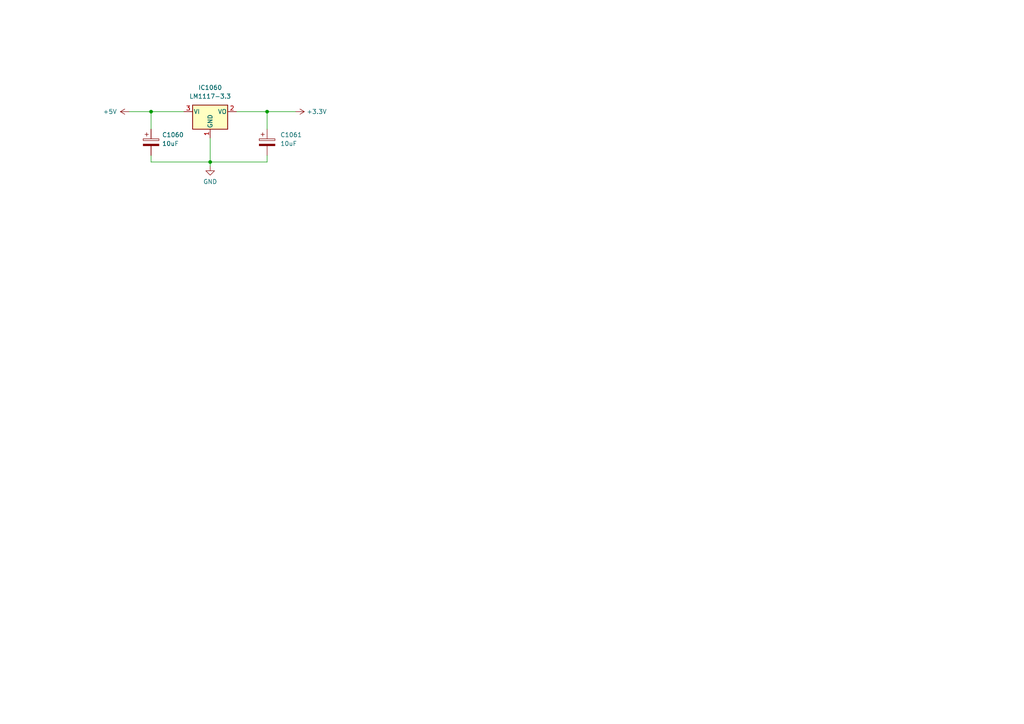
<source format=kicad_sch>
(kicad_sch (version 20211123) (generator eeschema)
  (paper "A4")
  (lib_symbols
    (symbol "Device:C_Polarized" (pin_numbers hide) (pin_names (offset 0.254))
      (property "Reference" "C" (at 0.635 2.54 0))
      (property "Value" "C_Polarized" (at 0.635 -2.54 0))
      (symbol "C_Polarized_0_1"
        (rectangle (start -2.286 0.508) (end 2.286 1.016))
        (polyline (pts (xy -1.778 2.286) (xy -0.762 2.286)))
        (polyline (pts (xy -1.27 2.794) (xy -1.27 1.778)))
        (rectangle (start 2.286 -0.508) (end -2.286 -1.016) (fill (type outline)))
      )
      (symbol "C_Polarized_1_1"
        (pin passive line (at 0 3.81 270) (length 2.794) (name "~") (number "1"))
        (pin passive line (at 0 -3.81 90) (length 2.794) (name "~") (number "2"))
      )
    )
    (symbol "Regulator_Linear:LM1117-3.3" (pin_names (offset 0.254))
      (property "Reference" "U" (at -3.81 3.175 0))
      (property "Value" "LM1117-3.3" (at 0 3.175 0))
      (symbol "LM1117-3.3_0_1"
        (rectangle (start -5.08 -5.08) (end 5.08 1.905) (stroke (width 0.254)) (fill (type background)))
      )
      (symbol "LM1117-3.3_1_1"
        (pin power_in line (at 0 -7.62 90) (length 2.54) (name "GND") (number "1"))
        (pin power_out line (at 7.62 0 180) (length 2.54) (name "VO") (number "2"))
        (pin power_in line (at -7.62 0 0) (length 2.54) (name "VI") (number "3"))
      )
    )
    (symbol "power:+3.3V" (power) (pin_names (offset 0))
      (property "Value" "+3.3V" (at 0 3.556 0))
      (symbol "+3.3V_0_1"
        (polyline (pts (xy -0.762 1.27) (xy 0 2.54)))
        (polyline (pts (xy 0 0) (xy 0 2.54)))
        (polyline (pts (xy 0 2.54) (xy 0.762 1.27)))
      )
      (symbol "+3.3V_1_1"
        (pin power_in line (at 0 0 90) (length 0) hide (name "+3.3V") (number "1"))
      )
    )
    (symbol "power:+5V" (power) (pin_names (offset 0))
      (property "Value" "+5V" (at 0 3.556 0))
      (symbol "+5V_0_1"
        (polyline (pts (xy -0.762 1.27) (xy 0 2.54)))
        (polyline (pts (xy 0 0) (xy 0 2.54)))
        (polyline (pts (xy 0 2.54) (xy 0.762 1.27)))
      )
      (symbol "+5V_1_1"
        (pin power_in line (at 0 0 90) (length 0) hide (name "+5V") (number "1"))
      )
    )
    (symbol "power:GND" (power) (pin_names (offset 0))
      (property "Value" "GND" (at 0 -3.81 0))
      (symbol "GND_0_1"
        (polyline (pts (xy 0 0) (xy 0 -1.27) (xy 1.27 -1.27) (xy 0 -2.54) (xy -1.27 -1.27) (xy 0 -1.27)))
      )
      (symbol "GND_1_1"
        (pin power_in line (at 0 0 270) (length 0) hide (name "GND") (number "1"))
      )
    )
  )
  (junction (at 77.47 32.385))
  (junction (at 60.96 46.99))
  (junction (at 43.815 32.385))
  (wire (pts (xy 77.47 32.385) (xy 85.725 32.385)))
  (wire (pts (xy 43.815 46.99) (xy 60.96 46.99)))
  (wire (pts (xy 77.47 45.085) (xy 77.47 46.99)))
  (wire (pts (xy 43.815 45.085) (xy 43.815 46.99)))
  (wire (pts (xy 43.815 32.385) (xy 43.815 37.465)))
  (wire (pts (xy 43.815 32.385) (xy 53.34 32.385)))
  (wire (pts (xy 77.47 32.385) (xy 77.47 37.465)))
  (wire (pts (xy 77.47 46.99) (xy 60.96 46.99)))
  (wire (pts (xy 60.96 40.005) (xy 60.96 46.99)))
  (wire (pts (xy 60.96 46.99) (xy 60.96 48.26)))
  (wire (pts (xy 37.465 32.385) (xy 43.815 32.385)))
  (wire (pts (xy 68.58 32.385) (xy 77.47 32.385)))
  (symbol (lib_id "Device:C_Polarized") (at 77.47 41.275 0) (unit 1)
    (property "Reference" "C1061" (at 81.28 39.1159 0) (effects (justify left)))
    (property "Value" "10uF" (at 81.28 41.6559 0) (effects (justify left)))
    (property "Footprint" "Capacitor_Tantalum_SMD:CP_EIA-3216-18_Kemet-A" (effects hide))
  )
  (symbol (lib_id "power:GND") (at 60.96 48.26 0) (unit 1)
    (property "Reference" "#PWR0121" (effects hide))
    (property "Value" "GND" (at 60.96 52.705 0))
  )
  (symbol (lib_id "power:+3.3V") (at 85.725 32.385 270) (unit 1)
    (property "Reference" "#PWR0120" (effects hide))
    (property "Value" "+3.3V" (at 88.9 32.3849 90) (effects (justify left)))
  )
  (symbol (lib_id "power:+5V") (at 37.465 32.385 90) (unit 1)
    (property "Reference" "#PWR0122" (effects hide))
    (property "Value" "+5V" (at 29.845 32.385 90) (effects (justify right)))
  )
  (symbol (lib_id "Device:C_Polarized") (at 43.815 41.275 0) (unit 1)
    (property "Reference" "C1060" (at 46.99 39.1159 0) (effects (justify left)))
    (property "Value" "10uF" (at 46.99 41.6559 0) (effects (justify left)))
    (property "Footprint" "Capacitor_Tantalum_SMD:CP_EIA-3216-18_Kemet-A" (effects hide))
  )
  (symbol (lib_id "Regulator_Linear:LM1117-3.3") (at 60.96 32.385 0) (unit 1)
    (property "Reference" "IC1060" (at 60.96 25.4 0))
    (property "Value" "LM1117-3.3" (at 60.96 27.94 0))
    (property "Footprint" "Package_TO_SOT_SMD:SOT-223-3_TabPin2" (effects hide))
    (property "Datasheet" "http://www.ti.com/lit/ds/symlink/lm1117.pdf" (effects hide))
  )
)
</source>
